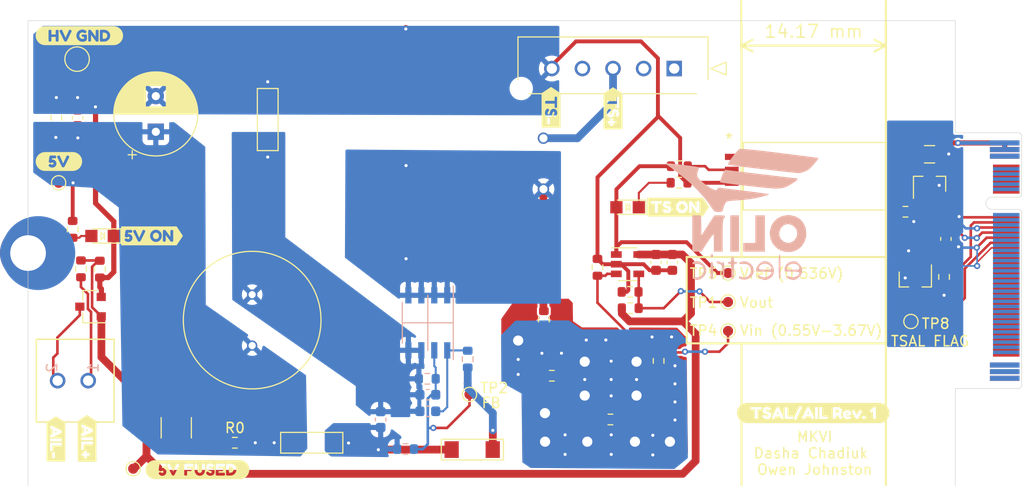
<source format=kicad_pcb>
(kicad_pcb (version 20211014) (generator pcbnew)
  (layers (0 "F.Cu" signal) (31 "B.Cu" signal) (34 "B.Paste" user) (35 "F.Paste" user) (36 "B.SilkS" user "B.Silkscreen") (37 "F.SilkS" user "F.Silkscreen") (38 "B.Mask" user) (39 "F.Mask" user) (44 "Edge.Cuts" user))
  (net 0 "")
  (net 1 "/TS+_FUSED")
  (net 2 "/VCC")
  (net 3 "/SW")
  (net 4 "/FB")
  (net 5 "Net-(C4-Pad1)")
  (net 6 "GND")
  (net 7 "/+12V_TSAL")
  (net 8 "Net-(D1-Pad2)")
  (net 9 "Net-(D4-Pad2)")
  (net 10 "Net-(D4-Pad1)")
  (net 11 "Net-(D5-Pad2)")
  (net 12 "/+5V_TSAL_FUSED")
  (net 22 "/AIL-")
  (net 23 "/TSAL_RED-")
  (net 24 "/TSAL_GREEN-")
  (net 57 "/TSAL_FLAG")
  (net 66 "Net-(Q3-Pad1)")
  (net 67 "Net-(R1-Pad1)")
  (net 68 "Net-(R2-Pad1)")
  (net 69 "Net-(R4-Pad1)")
  (net 70 "Net-(R6-Pad1)")
  (net 71 "Net-(R7-Pad1)")
  (net 72 "Net-(R14-Pad1)")
  (net 74 "/+5V_RETURN")
  (net 78 "Net-(F2-Pad2)")
  (net 79 "/TS+")
  (net 81 "Net-(J2-Pad1)")
  (net 99 "Net-(C8-Pad1)")
  (footprint "TestPoint:TestPoint_Pad_D1.0mm" (layer "F.Cu") (at 151.35 126.8)
    (fp_text reference "TP3" hide)
    (fp_text value "5V+_OUTPUT_FUSED" hide)
  )
  (footprint "footprints:SOT-23F" (layer "F.Cu") (at 228.0412 108.204 -90)
    (fp_text reference "Q3" hide)
    (fp_text value "SSM3K333R" hide)
  )
  (footprint "OEM:R_0603" (layer "F.Cu") (at 198.1454 121.9708 180)
    (fp_text reference "R7" hide)
    (fp_text value "R_270K" hide)
  )
  (footprint "footprints:C_0805_OEM" (layer "F.Cu") (at 229.4382 95.94215)
    (fp_text reference "C10" hide)
    (fp_text value "0.1uF" hide)
  )
  (footprint "TestPoint:TestPoint_Pad_D1.0mm" (layer "F.Cu") (at 209.677 107.5944)
    (fp_text reference "TP5")
    (fp_text value "COMPARATOR_OUTPUT" hide)
  )
  (footprint "kibuzzard-63AC93EB" (layer "F.Cu") (at 198.4 91.425 -90)
    (fp_text reference "kibuzzard-63AC93EB" hide)
    (fp_text value "G***" hide)
  )
  (footprint "TestPoint:TestPoint_Pad_D1.0mm" (layer "F.Cu") (at 209.677 113.284)
    (fp_text reference "TP4")
    (fp_text value "VIN" hide)
  )
  (footprint "OEM:R_0603" (layer "F.Cu") (at 230.8606 107.9754 -90)
    (fp_text reference "R18" hide)
    (fp_text value "R_10K" hide)
  )
  (footprint "footprints:SOT-23F" (layer "F.Cu") (at 147.1676 110.8964 180)
    (fp_text reference "Q1" hide)
    (fp_text value "SSM3K333R" hide)
  )
  (footprint "TestPoint:TestPoint_Pad_D1.0mm" (layer "F.Cu") (at 227.6094 112.35055)
    (fp_text reference "TP8")
    (fp_text value "TSAL_FLAG" hide)
  )
  (footprint "OEM:R_0603" (layer "F.Cu") (at 202.8698 116.2182 -90)
    (fp_text reference "R8" hide)
    (fp_text value "R_270K" hide)
  )
  (footprint "footprints:SOT-23-5" (layer "F.Cu") (at 199.8218 106.7308)
    (fp_text reference "U2" hide)
    (fp_text value "MCP6001" hide)
  )
  (footprint "OEM:C_0603" (layer "F.Cu") (at 204.216 106.553 90)
    (fp_text reference "C5" hide)
    (fp_text value "C_10uF" hide)
  )
  (footprint "OEM:R_0603" (layer "F.Cu") (at 196.8754 107.0356 90)
    (fp_text reference "R6" hide)
    (fp_text value "R_10K" hide)
  )
  (footprint "footprints:STTH1R06AF" (layer "F.Cu") (at 166.8272 124.2568)
    (fp_text reference "D3" hide)
    (fp_text value "STTH1R06AF" hide)
  )
  (footprint "footprints:F_21mA_420V" (layer "F.Cu") (at 191.576999 99.362104 90)
    (fp_text reference "F1" hide)
    (fp_text value "F_21mA_420V" hide)
  )
  (footprint "footprints:MicroFit_V_2" (layer "F.Cu") (at 146.939 118.1608 90)
    (fp_text reference "J2" hide)
    (fp_text value "MicroFit_V_2" hide)
  )
  (footprint "footprints:Automotive_M.2_Edge_Connector" (layer "F.Cu") (at 238.4566 106.3778 -90)
    (fp_text reference "J3" hide)
    (fp_text value "Automotive_M.2_Edge_Connector" hide)
    (fp_line (start 12.55 0.2) (end 12.55 6.5) (layer "Edge.Cuts") (width 0.05))
    (fp_line (start -12.35 0) (end -6.425 0) (layer "Edge.Cuts") (width 0.05))
    (fp_line (start -6.225 2.9) (end -6.225 0.2) (layer "Edge.Cuts") (width 0.05))
    (fp_line (start 12.55 0.2) (end 12.35 0) (layer "Edge.Cuts") (width 0.05))
    (fp_line (start -12.55 0.2) (end -12.35 0) (layer "Edge.Cuts") (width 0.05))
    (fp_line (start -12.55 0.2) (end -12.55 6.5) (layer "Edge.Cuts") (width 0.05))
    (fp_line (start -5.025 2.9) (end -5.025 0.2) (layer "Edge.Cuts") (width 0.05))
    (fp_line (start -5.025 0.2) (end -4.825 0) (layer "Edge.Cuts") (width 0.05))
    (fp_line (start -4.825 0) (end 12.35 0) (layer "Edge.Cuts") (width 0.05))
    (fp_line (start -6.225 0.2) (end -6.425 0) (layer "Edge.Cuts") (width 0.05))
    (fp_arc (start -5.025 2.9) (mid -5.625 3.5) (end -6.225 2.9) (layer "Edge.Cuts") (width 0.05))
  )
  (footprint "footprints:L_1.2mH" (layer "F.Cu") (at 163.0172 109.7172)
    (fp_text reference "L1" hide)
    (fp_text value "L_1.2mH" hide)
  )
  (footprint "OEM:C_0603" (layer "F.Cu") (at 202.6158 106.553 90)
    (fp_text reference "C6" hide)
    (fp_text value "0.1uF" hide)
  )
  (footprint "footprints:STTH1R06AF" (layer "F.Cu") (at 164.5412 90.5002 -90)
    (fp_text reference "D2" hide)
    (fp_text value "STTH1R06AF" hide)
  )
  (footprint "OEM:R_0603" (layer "F.Cu") (at 200.089 111.0488 180)
    (fp_text reference "R2" hide)
    (fp_text value "R_1K" hide)
  )
  (footprint "footprints:Fuse_1210" (layer "F.Cu") (at 155.575 122.7858 -90)
    (fp_text reference "F2" hide)
    (fp_text value "F_500mA_16V" hide)
  )
  (footprint "kibuzzard-63AC9283" (layer "F.Cu") (at 157.65 126.9)
    (fp_text reference "kibuzzard-63AC9283" hide)
    (fp_text value "G***" hide)
  )
  (footprint "kibuzzard-63AC9456" (layer "F.Cu") (at 146.825 123.825 -90)
    (fp_text reference "kibuzzard-63AC9456" hide)
    (fp_text value "G***" hide)
  )
  (footprint "kibuzzard-63AC91FD" (layer "F.Cu") (at 146.074106 84.3)
    (fp_text reference "kibuzzard-63AC91FD" hide)
    (fp_text value "G***" hide)
  )
  (footprint "kibuzzard-63AC92E3" (layer "F.Cu") (at 153.2 103.95)
    (fp_text reference "kibuzzard-63AC92E3" hide)
    (fp_text value "G***" hide)
  )
  (footprint "footprints:LED_0805_OEM" (layer "F.Cu") (at 148.35 103.96 180)
    (fp_text reference "D5" hide)
    (fp_text value "LED_0805" hide)
  )
  (footprint "OEM:R_0603" (layer "F.Cu") (at 192.405 117.6782 180)
    (fp_text reference "R4" hide)
    (fp_text value "R_270K" hide)
  )
  (footprint "OEM:R_0603" (layer "F.Cu") (at 161.3154 124.2568)
    (fp_text reference "R16" hide)
    (fp_text value "R_0_2512" hide)
  )
  (footprint "OEM:R_0603" (layer "F.Cu") (at 145.415 103.3096 -90)
    (fp_text reference "R15" hide)
    (fp_text value "R_1K" hide)
  )
  (footprint "OEM:ACNT-H50L-500E" (layer "F.Cu") (at 218.1606 98.10115)
    (fp_text reference "U3" hide)
    (fp_text value "ACN-H50L-Stretched-SO8_BRA" hide)
  )
  (footprint "OEM:R_0603" (layer "F.Cu") (at 146.2278 107.188 -90)
    (fp_text reference "R19" hide)
    (fp_text value "100R" hide)
  )
  (footprint "TestPoint:TestPoint_Pad_D1.0mm" (layer "F.Cu") (at 184.3278 119.507)
    (fp_text reference "TP2")
    (fp_text value "FB" hide)
  )
  (footprint "OEM:R_0603" (layer "F.Cu") (at 227.076 101.58095)
    (fp_text reference "R17" hide)
    (fp_text value "R_10K" hide)
  )
  (footprint "OEM:M.2_Mount" (layer "F.Cu") (at 141.025 105.6386 90)
    (fp_text reference "H1" hide)
    (fp_text value "M.2_MountingHole" hide)
  )
  (footprint "OEM:Connector_MicroFit_VT_5x1" (layer "F.Cu") (at 204.4 87.525)
    (fp_text reference "J1" hide)
    (fp_text value "MicroFit_VT_5x1" hide)
  )
  (footprint "TestPoint:TestPoint_Pad_D1.0mm" (layer "F.Cu") (at 144.04 98.74 90)
    (fp_text reference "TP6" hide)
    (fp_text value "5V+_OUTPUT" hide)
  )
  (footprint "OEM:R_0603" (layer "F.Cu") (at 204.9018 97.112 180)
    (fp_text reference "R14" hide)
    (fp_text value "R_499" hide)
  )
  (footprint "footprints:C_10uF_450V" (layer "F.Cu") (at 178.1048 88.0428)
    (fp_text reference "C1" hide)
    (fp_text value "C_10uF_450V" hide)
  )
  (footprint "kibuzzard-63AC9446" (layer "F.Cu") (at 143.775 123.875 -90)
    (fp_text reference "kibuzzard-63AC9446" hide)
    (fp_text value "G***" hide)
  )
  (footprint "kibuzzard-63AD023E" (layer "F.Cu") (at 218.03 121.34)
    (fp_text reference "kibuzzard-63AD023E" hide)
    (fp_text value "G***" hide)
  )
  (footprint "TestPoint:TestPoint_Pad_D1.0mm" (layer "F.Cu") (at 209.677 110.4392)
    (fp_text reference "TP1")
    (fp_text value "VREF" hide)
  )
  (footprint "footprints:SOT-23F" (layer "F.Cu") (at 229.4382 98.86315 90)
    (fp_text reference "Q2" hide)
    (fp_text value "SSM3K333R" hide)
  )
  (footprint "footprints:LED_0805_OEM" (layer "F.Cu") (at 199.83 101.14 180)
    (fp_text reference "D4" hide)
    (fp_text value "LED_0805" hide)
  )
  (footprint "footprints:SSOP5" (layer "F.Cu") (at 228.0158 104.394 180)
    (fp_text reference "U4" hide)
    (fp_text value "BU4S11G2-TR" hide)
  )
  (footprint "OEM:R_0603" (layer "F.Cu") (at 191.6176 112.1542 90)
    (fp_text reference "R1" hide)
    (fp_text value "R_270K" hide)
  )
  (footprint "OEM:R_0603" (layer "F.Cu") (at 200.0758 109.4486 180)
    (fp_text reference "R3" hide)
    (fp_text value "R_120" hide)
  )
  (footprint "OEM:R_0603" (layer "F.Cu") (at 204.8764 98.7376)
    (fp_text reference "R12" hide)
    (fp_text value "R_1K" hide)
  )
  (footprint "kibuzzard-63AC93FC" (layer "F.Cu") (at 192.325 91.325 -90)
    (fp_text reference "kibuzzard-63AC93FC" hide)
    (fp_text value "G***" hide)
  )
  (footprint "footprints:STTH1R06AF" (layer "F.Cu") (at 182.5752 124.928)
    (fp_text reference "D1" hide)
    (fp_text value "STTH1R06AF" hide)
  )
  (footprint "OEM:R_0603" (layer "F.Cu") (at 148.082 107.2134 -90)
    (fp_text reference "R11" hide)
    (fp_text value "R_10K" hide)
  )
  (footprint "Capacitor_THT:CP_Radial_D8.0mm_P3.50mm" (layer "F.Cu") (at 153.57 93.732651 90)
    (fp_text reference "C7" hide)
    (fp_text value "100uF+")
  )
  (footprint "TestPoint:TestPoint_Pad_D2.0mm" (layer "F.Cu") (at 145.85 86.6)
    (fp_text reference "TP7" hide)
    (fp_text value "TS-" hide)
  )
  (footprint "kibuzzard-63AC9220" (layer "F.Cu") (at 144.067506 96.65)
    (fp_text reference "kibuzzard-63AC9220" hide)
    (fp_text value "G***" hide)
  )
  (footprint "OEM:R_0603" (layer "F.Cu") (at 143.8148 92.3652 90)
    (fp_text reference "R13" hide)
    (fp_text value "R_3K" hide)
  )
  (footprint "kibuzzard-63AD0077" (layer "F.Cu") (at 204.79 101.12)
    (fp_text reference "kibuzzard-63AD0077" hide)
    (fp_text value "G***" hide)
  )
  (footprint "OEM:C_0603" (layer "F.Cu") (at 145.8976 92.3652 90)
    (fp_text reference "C8" hide)
    (fp_text value "C_1uF" hide)
  )
  (footprint "OEM:C_0603" (layer "F.Cu") (at 231.0384 104.24795 90)
    (fp_text reference "C9" hide)
    (fp_text value "C_1uF" hide)
  )
  (footprint "footprints:Small_OE_Logo" (layer "B.Cu") (at 211.09 101.77 180)
    (fp_text reference "G***" hide)
    (fp_text value "LOGO" hide)
  )
  (footprint "footprints:Converter_DCDC_MPS_MP9488" (layer "B.Cu") (at 180.2384 112.482 90)
    (fp_text reference "U1" hide)
    (fp_text value "MP9488" hide)
  )
  (footprint "OEM:C_0603" (layer "B.Cu") (at 180.2384 119.5432 180)
    (fp_text reference "C3" hide)
    (fp_text value "C_470pF" hide)
  )
  (footprint "OEM:R_0603" (layer "B.Cu") (at 184.1508 116.0488 90)
    (fp_text reference "R5" hide)
    (fp_text value "R_10K" hide)
  )
  (footprint "OEM:R_0603" (layer "B.Cu") (at 180.1884 117.9792 180)
    (fp_text reference "R10" hide)
    (fp_text value "R_4.99K" hide)
  )
  (footprint "OEM:C_0603" (layer "B.Cu") (at 175.6156 121.9816 90)
    (fp_text reference "C4" hide)
    (fp_text value "C_.22uF" hide)
  )
  (footprint "OEM:R_0603" (layer "B.Cu") (at 178.054 124.8772)
    (fp_text reference "R9" hide)
    (fp_text value "R_4.99K" hide)
  )
  (footprint "OEM:C_0603" (layer "B.Cu") (at 180.2384 121.1688 180)
    (fp_text reference "C2" hide)
    (fp_text value "C_2.2uF" hide)
  )
  (gr_rect (start 205.625 106.025) (end 225.15 114.5) (layer "F.SilkS") (width 0.2) (fill none))
  (gr_line (start 225.15 83.0072) (end 225.15 128.425) (layer "F.SilkS") (width 0.2))
  (gr_line (start 211 114.5) (end 211 128.425) (layer "F.SilkS") (width 0.2))
  (gr_line (start 210.9978 83.12825) (end 210.9978 106.025) (layer "F.SilkS") (width 0.2))
  (gr_line (start 141.04 82.825) (end 141.04 128.525) (layer "Edge.Cuts") (width 0.05))
  (gr_line (start 141.04 82.825) (end 231.9566 82.825) (layer "Edge.Cuts") (width 0.05))
  (gr_line (start 231.9566 118.9278) (end 231.9566 128.525) (layer "Edge.Cuts") (width 0.05))
  (gr_line (start 141.04 128.525) (end 231.9566 128.525) (layer "Edge.Cuts") (width 0.05))
  (gr_line (start 231.9566 82.825) (end 231.9566 93.8278) (layer "Edge.Cuts") (width 0.05))
  (gr_text "Vout" (at 212.472619 110.5) (layer "F.SilkS") (effects (font (size 1 1))))
  (gr_text "Vin (0.55V-3.67V)" (at 217.829762 113.25) (layer "F.SilkS") (effects (font (size 1 1))))
  (gr_text "Vref (0.536V)" (at 215.925 107.65) (layer "F.SilkS") (effects (font (size 1 1))))
  (gr_text "\nMKVI\nDasha Chadiuk \nOwen Johnston" (at 218.17 124.475) (layer "F.SilkS") (effects (font (size 1 1))))
  (gr_text "R0" (at 161.325 122.8) (layer "F.SilkS") (effects (font (size 1 1))))
  (gr_text "TSAL FLAG" (at 229.48 114.28) (layer "F.SilkS") (effects (font (size 1 1))))
  (gr_text "FB" (at 186.45 120.35) (layer "F.SilkS") (effects (font (size 1 1))))
  (dimension (type aligned) (layer "F.SilkS") (pts (xy 210.975 80.3982) (xy 225.1482 80.3982)) (height 4.8768) (gr_text "14.17 mm" (at 218.0616 83.875) (layer "F.SilkS") (effects (font (size 1.25 1.25) (thickness 0.15)))) (format (units 3) (units_format 1) (precision 2)) (style (thickness 0.2) (arrow_length 1.27) (text_position_mode 0) (extension_height 0.58642) (extension_offset 0.5) keep_text_aligned))
  (segment (start 178.1048 101.5428) (end 178.1048 106.1928) (width 0.762) (layer "F.Cu") (net 1))
  (segment (start 191.6176 111.3292) (end 191.576999 111.288599) (width 0.762) (layer "F.Cu") (net 1))
  (segment (start 178.1048 101.5428) (end 178.1048 97.0504) (width 0.762) (layer "F.Cu") (net 1))
  (segment (start 178.1048 106.1928) (end 178.1056 106.1936) (width 0.762) (layer "F.Cu") (net 1))
  (segment (start 178.1048 97.0504) (end 178.1056 97.0496) (width 0.762) (layer "F.Cu") (net 1))
  (segment (start 191.576999 111.288599) (end 191.576999 99.362104) (width 0.762) (layer "F.Cu") (net 1))
  (via (at 178.1056 106.1936) (size 0.6096) (drill 0.3048) (layers "F.Cu" "B.Cu") (net 1))
  (via (at 178.1056 97.0496) (size 0.6096) (drill 0.3048) (layers "F.Cu" "B.Cu") (net 1))
  (segment (start 182.1434 115.192) (end 182.1434 120.7486) (width 0.2) (layer "B.Cu") (net 2))
  (segment (start 181.7232 121.1688) (end 181.0134 121.1688) (width 0.2) (layer "B.Cu") (net 2))
  (segment (start 184.119 115.192) (end 182.1434 115.192) (width 0.2) (layer "B.Cu") (net 2))
  (segment (start 182.1434 120.7486) (end 181.7232 121.1688) (width 0.2) (layer "B.Cu") (net 2))
  (segment (start 184.1508 115.2238) (end 184.119 115.192) (width 0.2) (layer "B.Cu") (net 2))
  (segment (start 164.5412 94.5302) (end 164.5412 96.2152) (width 0.762) (layer "F.Cu") (net 3))
  (via (at 164.5412 96.2152) (size 0.6096) (drill 0.3048) (layers "F.Cu" "B.Cu") (net 3))
  (segment (start 184.3278 120.5972) (end 182.125 122.8) (width 0.254) (layer "F.Cu") (net 4))
  (segment (start 182.125 122.8) (end 180.775 122.8) (width 0.254) (layer "F.Cu") (net 4))
  (segment (start 184.3278 119.507) (end 184.3278 120.5972) (width 0.254) (layer "F.Cu") (net 4))
  (via (at 180.775 122.8) (size 0.6096) (drill 0.3048) (layers "F.Cu" "B.Cu") (net 4))
  (segment (start 180.775 122.8) (end 180.7642 122.8108) (width 0.254) (layer "B.Cu") (net 4))
  (segment (start 180.7642 122.8108) (end 180.2392 122.8108) (width 0.254) (layer "B.Cu") (net 4))
  (segment (start 180.6056 119.5432) (end 180.2392 119.9096) (width 0.254) (layer "B.Cu") (net 4))
  (segment (start 180.8734 116.7338) (end 181.0134 116.8738) (width 0.2) (layer "B.Cu") (net 4))
  (segment (start 181.0134 116.8738) (end 181.0134 117.9792) (width 0.2) (layer "B.Cu") (net 4))
  (segment (start 181.0134 119.5432) (end 181.0134 117.9792) (width 0.2) (layer "B.Cu") (net 4))
  (segment (start 180.2392 124.38) (end 179.742 124.8772) (width 0.254) (layer "B.Cu") (net 4))
  (segment (start 180.2392 119.9096) (end 180.2392 122.8108) (width 0.254) (layer "B.Cu") (net 4))
  (segment (start 180.8734 115.182) (end 180.8734 116.7338) (width 0.2) (layer "B.Cu") (net 4))
  (segment (start 181.0134 119.5432) (end 180.6056 119.5432) (width 0.254) (layer "B.Cu") (net 4))
  (segment (start 180.2392 122.8108) (end 180.2392 124.38) (width 0.254) (layer "B.Cu") (net 4))
  (segment (start 179.742 124.8772) (end 178.879 124.8772) (width 0.254) (layer "B.Cu") (net 4))
  (segment (start 175.4016 124.928) (end 175.387 124.9426) (width 0.762) (layer "F.Cu") (net 5))
  (segment (start 172.4406 124.2568) (end 172.466 124.2822) (width 0.762) (layer "F.Cu") (net 5))
  (segment (start 170.8572 124.2568) (end 172.4406 124.2568) (width 0.762) (layer "F.Cu") (net 5))
  (segment (start 182.5752 124.928) (end 175.4016 124.928) (width 0.762) (layer "F.Cu") (net 5))
  (via (at 175.387 124.9426) (size 0.6096) (drill 0.3048) (layers "F.Cu" "B.Cu") (net 5))
  (via (at 172.466 124.2822) (size 0.6096) (drill 0.3048) (layers "F.Cu" "B.Cu") (net 5))
  (segment (start 235.0384 104.1278) (end 234.061 105.1052) (width 0.254) (layer "F.Cu") (net 6))
  (segment (start 231.3178 95.91675) (end 230.4636 95.91675) (width 0.381) (layer "F.Cu") (net 6))
  (segment (start 236.9566 103.1278) (end 234.176189 103.1278) (width 0.254) (layer "F.Cu") (net 6))
  (segment (start 232.27695 105.02295) (end 231.0384 105.02295) (width 0.254) (layer "F.Cu") (net 6))
  (segment (start 236.9566 105.1278) (end 235.5042 105.1278) (width 0.1524) (layer "F.Cu") (net 6))
  (segment (start 227.30845 105.344) (end 227.3808 105.41635) (width 0.254) (layer "F.Cu") (net 6))
  (segment (start 227.0912 108.0364) (end 227.0912 107.154) (width 0.254) (layer "F.Cu") (net 6))
  (segment (start 230.8606 109.7788) (end 230.8606 108.8004) (width 0.254) (layer "F.Cu") (net 6))
  (segment (start 236.9566 104.1278) (end 235.0384 104.1278) (width 0.254) (layer "F.Cu") (net 6))
  (segment (start 234.176189 103.1278) (end 234.092489 103.2115) (width 0.254) (layer "F.Cu") (net 6))
  (segment (start 230.3882 99.00035) (end 230.378 98.99015) (width 0.254) (layer "F.Cu") (net 6))
  (segment (start 227.901 102.53395) (end 227.8888 102.54615) (width 0.254) (layer "F.Cu") (net 6))
  (segment (start 236.9566 102.1278) (end 232.4044 102.1278) (width 0.254) (layer "F.Cu") (net 6))
  (segment (start 227.0506 108.077) (end 227.0912 108.0364) (width 0.254) (layer "F.Cu") (net 6))
  (segment (start 235.5042 105.1278) (end 234.1 106.532) (width 0.1524) (layer "F.Cu") (net 6))
  (segment (start 234.1 106.532) (end 234.1 106.9) (width 0.1524) (layer "F.Cu") (net 6))
  (segment (start 226.8158 105.344) (end 227.30845 105.344) (width 0.254) (layer "F.Cu") (net 6))
  (segment (start 230.3882 99.91315) (end 230.3882 99.00035) (width 0.254) (layer "F.Cu") (net 6))
  (segment (start 230.4636 95.91675) (end 230.4382 95.94215) (width 0.381) (layer "F.Cu") (net 6))
  (segment (start 232.4044 102.1278) (end 232.3338 102.0572) (width 0.254) (layer "F.Cu") (net 6))
  (segment (start 227.901 101.58095) (end 227.901 102.53395) (width 0.254) (layer "F.Cu") (net 6))
  (via (at 234.1 106.9) (size 0.6096) (drill 0.3048) (layers "F.Cu" "B.Cu") (net 6))
  (via (at 230.8606 109.7788) (size 0.6096) (drill 0.3048) (layers "F.Cu" "B.Cu") (net 6))
  (via (at 232.3338 102.0572) (size 0.6096) (drill 0.3048) (layers "F.Cu" "B.Cu") (net 6))
  (via (at 234.061 105.1052) (size 0.6096) (drill 0.3048) (layers "F.Cu" "B.Cu") (net 6))
  (via (at 234.092489 103.2115) (size 0.6096) (drill 0.3048) (layers "F.Cu" "B.Cu") (net 6))
  (via (at 227.8888 102.54615) (size 0.6096) (drill 0.3048) (layers "F.Cu" "B.Cu") (net 6))
  (via (at 232.27695 105.02295) (size 0.6096) (drill 0.3048) (layers "F.Cu" "B.Cu") (net 6))
  (via (at 230.378 98.99015) (size 0.6096) (drill 0.3048) (layers "F.Cu" "B.Cu") (net 6))
  (via (at 227.3808 105.41635) (size 0.6096) (drill 0.3048) (layers "F.Cu" "B.Cu") (net 6))
  (via (at 227.0506 108.077) (size 0.6096) (drill 0.3048) (layers "F.Cu" "B.Cu") (net 6))
  (via (at 231.3178 95.91675) (size 0.6096) (drill 0.3048) (layers "F.Cu" "B.Cu") (net 6))
  (segment (start 234.092489 103.2115) (end 232.9801 103.2115) (width 0.254) (layer "B.Cu") (net 6))
  (segment (start 232.4 106.9) (end 232.3 107) (width 0.1524) (layer "B.Cu") (net 6))
  (segment (start 232.3338 102.5652) (end 232.3338 102.0572) (width 0.254) (layer "B.Cu") (net 6))
  (segment (start 234.1 105.1442) (end 234.061 105.1052) (width 0.1524) (layer "B.Cu") (net 6))
  (segment (start 232.27695 105.02295) (end 232.3592 105.1052) (width 0.254) (layer "B.Cu") (net 6))
  (segment (start 232.3592 105.1052) (end 234.061 105.1052) (width 0.254) (layer "B.Cu") (net 6))
  (segment (start 232.9801 103.2115) (end 232.3338 102.5652) (width 0.254) (layer "B.Cu") (net 6))
  (segment (start 234.1 106.9) (end 232.4 106.9) (width 0.1524) (layer "B.Cu") (net 6))
  (segment (start 234.1 106.9) (end 234.1 105.1442) (width 0.1524) (layer "B.Cu") (net 6))
  (segment (start 226.7966 96.19615) (end 226.2759 96.19615) (width 0.508) (layer "F.Cu") (net 7))
  (segment (start 227.457 95.94215) (end 228.4382 95.94215) (width 0.508) (layer "F.Cu") (net 7))
  (segment (start 228.4382 95.2594) (end 228.4382 95.94215) (width 0.508) (layer "F.Cu") (net 7))
  (segment (start 229.0572 104.394) (end 229.2158 104.2354) (width 0.508) (layer "F.Cu") (net 7))
  (segment (start 227.3554 96.75495) (end 226.7966 96.19615) (width 0.508) (layer "F.Cu") (net 7))
  (segment (start 227.5332 96.04375) (end 227.5586 96.01835) (width 0.254) (layer "F.Cu") (net 7))
  (segment (start 227.203 96.19615) (end 227.457 95.94215) (width 0.508) (layer "F.Cu") (net 7))
  (segment (start 226.2759 96.19615) (end 227.203 96.19615) (width 0.508) (layer "F.Cu") (net 7))
  (segment (start 226.679 96.04375) (end 227.5332 96.04375) (width 0.254) (layer "F.Cu") (net 7))
  (segment (start 232.2278 94.8278) (end 228.8698 94.8278) (width 0.508) (layer "F.Cu") (net 7))
  (segment (start 236.8066 94.8278) (end 236.8066 95.47375) (width 0.508) (layer "F.Cu") (net 7))
  (segment (start 231.0384 103.47295) (end 229.24475 103.47295) (width 0.508) (layer "F.Cu") (net 7))
  (segment (start 226.2759 98.73615) (end 226.9998 98.73615) (width 0.508) (layer "F.Cu") (net 7))
  (segment (start 229.2946 103.3652) (end 229.2946 99.21795) (width 0.508) (layer "F.Cu") (net 7))
  (segment (start 229.2158 104.2354) (end 229.2158 103.444) (width 0.508) (layer "F.Cu") (net 7))
  (segment (start 229.24475 103.47295) (end 229.2158 103.444) (width 0.508) (layer "F.Cu") (net 7))
  (segment (start 228.8698 94.8278) (end 228.4382 95.2594) (width 0.508) (layer "F.Cu") (net 7))
  (segment (start 229.2946 99.21795) (end 228.4572 98.38055) (width 0.508) (layer "F.Cu") (net 7))
  (segment (start 226.8158 104.394) (end 229.0572 104.394) (width 0.508) (layer "F.Cu") (net 7))
  (segment (start 228.4572 98.38055) (end 227.3554 98.38055) (width 0.508) (layer "F.Cu") (net 7))
  (segment (start 227.3554 98.38055) (end 227.3554 96.75495) (width 0.508) (layer "F.Cu") (net 7))
  (segment (start 236.8066 94.8278) (end 232.2278 94.8278) (width 0.508) (layer "F.Cu") (net 7))
  (segment (start 226.9998 98.73615) (end 227.3554 98.38055) (width 0.508) (layer "F.Cu") (net 7))
  (via (at 232.2278 94.8278) (size 0.6096) (drill 0.3048) (layers "F.Cu" "B.Cu") (net 7))
  (segment (start 236.8066 95.4778) (end 236.8066 94.8278) (width 0.381) (layer "B.Cu") (net 7))
  (segment (start 236.8066 94.8278) (end 232.2278 94.8278) (width 0.381) (layer "B.Cu") (net 7))
  (segment (start 186.6138 123.0376) (end 186.6138 124.9194) (width 0.762) (layer "F.Cu") (net 8))
  (segment (start 186.6138 124.9194) (end 186.6052 124.928) (width 0.762) (layer "F.Cu") (net 8))
  (via (at 186.6138 123.0376) (size 0.6096) (drill 0.3048) (layers "F.Cu" "B.Cu") (net 8))
  (segment (start 184.1508 118.4156) (end 184.1508 118.4664) (width 0.762) (layer "B.Cu") (net 8))
  (segment (start 184.1508 116.8738) (end 184.1508 118.4156) (width 0.762) (layer "B.Cu") (net 8))
  (segment (start 184.1508 118.8728) (end 186.1566 120.8786) (width 0.762) (layer "B.Cu") (net 8))
  (segment (start 184.1508 118.4664) (end 184.1508 118.8728) (width 0.762) (layer "B.Cu") (net 8))
  (segment (start 186.1566 120.8786) (end 186.6138 121.3358) (width 0.762) (layer "B.Cu") (net 8))
  (segment (start 186.6138 121.3358) (end 186.6138 123.0376) (width 0.762) (layer "B.Cu") (net 8))
  (segment (start 198.7218 101.1482) (end 198.73 101.14) (width 0.381) (layer "F.Cu") (net 9))
  (segment (start 200.998 97.112) (end 204.0768 97.112) (width 0.381) (layer "F.Cu") (net 9))
  (segment (start 198.7218 105.7808) (end 198.7218 105.0622) (width 0.381) (layer "F.Cu") (net 9))
  (segment (start 199.2122 104.5718) (end 205.613 104.5718) (width 0.381) (layer "F.Cu") (net 9))
  (segment (start 198.73 99.38) (end 200.998 97.112) (width 0.381) (layer "F.Cu") (net 9))
  (segment (start 198.7218 105.7808) (end 198.7218 101.1482) (width 0.381) (layer "F.Cu") (net 9))
  (segment (start 198.7218 105.0622) (end 199.2122 104.5718) (width 0.381) (layer "F.Cu") (net 9))
  (segment (start 208.6356 107.5944) (end 209.677 107.5944) (width 0.381) (layer "F.Cu") (net 9))
  (segment (start 198.73 101.14) (end 198.73 99.38) (width 0.381) (layer "F.Cu") (net 9))
  (segment (start 205.613 104.5718) (end 208.6356 107.5944) (width 0.381) (layer "F.Cu") (net 9))
  (segment (start 201.9224 98.7376) (end 204.0514 98.7376) (width 0.2) (layer "F.Cu") (net 10))
  (segment (start 200.93 101.14) (end 200.93 99.73) (width 0.2) (layer "F.Cu") (net 10))
  (segment (start 200.93 99.73) (end 201.9224 98.7376) (width 0.2) (layer "F.Cu") (net 10))
  (segment (start 146.0654 104.1346) (end 146.24 103.96) (width 0.2) (layer "F.Cu") (net 11))
  (segment (start 145.415 104.1346) (end 146.0654 104.1346) (width 0.2) (layer "F.Cu") (net 11))
  (segment (start 146.24 103.96) (end 147.25 103.96) (width 0.2) (layer "F.Cu") (net 11))
  (segment (start 151.4566 126.775) (end 151.375 126.775) (width 0.762) (layer "F.Cu") (net 12))
  (segment (start 147.32 110.9488) (end 148.2176 111.8464) (width 0.254) (layer "F.Cu") (net 12))
  (segment (start 206.502 126.0348) (end 206.502 113.5634) (width 0.762) (layer "F.Cu") (net 12))
  (segment (start 205.2574 112.3188) (end 205.232 112.3442) (width 0.762) (layer "F.Cu") (net 12))
  (segment (start 147.32 106.9848) (end 147.32 110.9488) (width 0.254) (layer "F.Cu") (net 12))
  (segment (start 154.3812 127.3048) (end 205.232 127.3048) (width 0.762) (layer "F.Cu") (net 12))
  (segment (start 202.6158 105.778) (end 204.216 105.778) (width 0.762) (layer "F.Cu") (net 12))
  (segment (start 205.2828 112.3188) (end 206.0448 111.5568) (width 0.762) (layer "F.Cu") (net 12))
  (segment (start 202.6158 105.778) (end 202.613 105.7808) (width 0.254) (layer "F.Cu") (net 12))
  (segment (start 147.9164 106.3884) (end 147.32 106.9848) (width 0.254) (layer "F.Cu") (net 12))
  (segment (start 205.232 127.3048) (end 206.502 126.0348) (width 0.762) (layer "F.Cu") (net 12))
  (segment (start 202.613 105.7808) (end 200.9218 105.7808) (width 0.762) (layer "F.Cu") (net 12))
  (segment (start 148.0566 106.363) (end 148.082 106.3884) (width 0.254) (layer "F.Cu") (net 12))
  (segment (start 152.654 125.5776) (end 151.4566 126.775) (width 0.762) (layer "F.Cu") (net 12))
  (segment (start 148.2344 115.8494) (end 148.2344 111.8632) (width 0.762) (layer "F.Cu") (net 12))
  (segment (start 155.575 121.3358) (end 153.7208 121.3358) (width 0.762) (layer "F.Cu") (net 12))
  (segment (start 205.2574 112.3188) (end 205.2828 112.3188) (width 0.762) (layer "F.Cu") (net 12))
  (segment (start 199.264 111.5832) (end 199.264 111.0488) (width 0.762) (layer "F.Cu") (net 12))
  (segment (start 152.654 125.5776) (end 154.3812 127.3048) (width 0.762) (layer "F.Cu") (net 12))
  (segment (start 155.575 121.3358) (end 153.7716 121.3358) (width 0.762) (layer "F.Cu") (net 12))
  (segment (start 205.232 112.3442) (end 200.025 112.3442) (width 0.762) (layer "F.Cu") (net 12))
  (segment (start 152.654 122.4534) (end 152.654 125.5776) (width 0.762) (layer "F.Cu") (net 12))
  (segment (start 205.1936 105.778) (end 204.216 105.778) (width 0.762) (layer "F.Cu") (net 12))
  (segment (start 200.025 112.3442) (end 199.264 111.5832) (width 0.762) (layer "F.Cu") (net 12))
  (segment (start 206.0448 106.6292) (end 205.1936 105.778) (width 0.762) (layer "F.Cu") (net 12))
  (segment (start 153.7208 121.3358) (end 148.2344 115.8494) (width 0.762) (layer "F.Cu") (net 12))
  (segment (start 148.082 106.3884) (end 147.9164 106.3884) (width 0.254) (layer "F.Cu") (net 12))
  (segment (start 151.375 126.775) (end 151.35 126.8) (width 0.762) (layer "F.Cu") (net 12))
  (segment (start 146.2278 106.363) (end 148.0566 106.363) (width 0.254) (layer "F.Cu") (net 12))
  (segment (start 206.502 113.5634) (end 205.2574 112.3188) (width 0.762) (layer "F.Cu") (net 12))
  (segment (start 153.7716 121.3358) (end 152.654 122.4534) (width 0.762) (layer "F.Cu") (net 12))
  (segment (start 148.2344 111.8632) (end 148.2176 111.8464) (width 0.762) (layer "F.Cu") (net 12))
  (segment (start 206.0448 111.5568) (end 206.0448 106.6292) (width 0.762) (layer "F.Cu") (net 12))
  (segment (start 143.92 113.93) (end 143.92 115.497181) (width 0.254) (layer "F.Cu") (net 22))
  (segment (start 143.92 115.497181) (end 143.515 115.902181) (width 0.254) (layer "F.Cu") (net 22))
  (segment (start 143.515 115.902181) (end 143.515 117.734) (width 0.254) (layer "F.Cu") (net 22))
  (segment (start 146.1176 111.7324) (end 143.92 113.93) (width 0.254) (layer "F.Cu") (net 22))
  (segment (start 143.515 117.734) (end 143.9418 118.1608) (width 0.254) (layer "F.Cu") (net 22))
  (segment (start 146.1176 110.8964) (end 146.1176 111.7324) (width 0.254) (layer "F.Cu") (net 22))
  (segment (start 230.35035 97.81315) (end 229.4382 97.81315) (width 0.254) (layer "F.Cu") (net 23))
  (segment (start 232.8931 104.14) (end 231.4194 102.6663) (width 0.254) (layer "F.Cu") (net 23))
  (segment (start 231.4194 98.8822) (end 230.35035 97.81315) (width 0.254) (layer "F.Cu") (net 23))
  (segment (start 234.5981 103.6278) (end 236.9566 103.6278) (width 0.254) (layer "F.Cu") (net 23))
  (segment (start 234.0605 104.1654) (end 234.5981 103.6278) (width 0.254) (layer "F.Cu") (net 23))
  (segment (start 231.4194 102.6663) (end 231.4194 98.8822) (width 0.254) (layer "F.Cu") (net 23))
  (via (at 232.8931 104.14) (size 0.6096) (drill 0.3048) (layers "F.Cu" "B.Cu") (net 23))
  (via (at 234.0605 104.1654) (size 0.6096) (drill 0.3048) (layers "F.Cu" "B.Cu") (net 23))
  (segment (start 234.0351 104.14) (end 232.8931 104.14) (width 0.254) (layer "B.Cu") (net 23))
  (segment (start 234.0605 104.1654) (end 234.0351 104.14) (width 0.254) (layer "B.Cu") (net 23))
  (segment (start 232.4862 109.8804) (end 232.4862 106.994264) (width 0.254) (layer "F.Cu") (net 24))
  (segment (start 233.7952 102.6278) (end 236.9566 102.6278) (width 0.254) (layer "F.Cu") (net 24))
  (segment (start 233.4768 102.9462) (end 233.7952 102.6278) (width 0.254) (layer "F.Cu") (net 24))
  (segment (start 228.0412 109.254) (end 228.0412 109.6772) (width 0.254) (layer "F.Cu") (net 24))
  (segment (start 232.4862 106.994264) (end 233.4768 106.003664) (width 0.254) (layer "F.Cu") (net 24))
  (segment (start 233.4768 106.003664) (end 233.4768 102.9462) (width 0.254) (layer "F.Cu") (net 24))
  (segment (start 231.7496 110.617) (end 232.4862 109.8804) (width 0.254) (layer "F.Cu") (net 24))
  (segment (start 228.0412 109.6772) (end 228.981 110.617) (width 0.254) (layer "F.Cu") (net 24))
  (segment (start 228.981 110.617) (end 231.7496 110.617) (width 0.254) (layer "F.Cu") (net 24))
  (segment (start 226.8158 103.444) (end 226.0618 103.444) (width 0.254) (layer "F.Cu") (net 57))
  (segment (start 226.8158 102.9908) (end 226.2632 102.4382) (width 0.254) (layer "F.Cu") (net 57))
  (segment (start 226.0618 103.444) (end 225.806 103.6998) (width 0.254) (layer "F.Cu") (net 57))
  (segment (start 226.62515 112.35055) (end 227.6094 112.35055) (width 0.254) (layer "F.Cu") (net 57))
  (segment (start 226.2632 101.56875) (end 226.251 101.58095) (width 0.254) (layer "F.Cu") (net 57))
  (segment (start 232.8926 107.1626) (end 232.8926 110.048736) (width 0.254) (layer "F.Cu") (net 57))
  (segment (start 227.4738 99.91315) (end 227.3808 100.00615) (width 0.254) (layer "F.Cu") (net 57))
  (segment (start 232.8926 110.048736) (end 230.590786 112.35055) (width 0.254) (layer "F.Cu") (net 57))
  (segment (start 234.1072 105.9434) (end 234.1072 105.948) (width 0.254) (layer "F.Cu") (net 57))
  (segment (start 226.2632 100.01885) (end 226.2632 101.56875) (width 0.254) (layer "F.Cu") (net 57))
  (segment (start 226.2759 100.00615) (end 226.2632 100.01885) (width 0.254) (layer "F.Cu") (net 57))
  (segment (start 228.4882 99.91315) (end 227.4738 99.91315) (width 0.254) (layer "F.Cu") (net 57))
  (segment (start 226.2632 101.59315) (end 226.251 101.58095) (width 0.254) (layer "F.Cu") (net 57))
  (segment (start 225.806 103.6998) (end 225.806 111.5314) (width 0.254) (layer "F.Cu") (net 57))
  (segment (start 226.8158 103.444) (end 226.8158 102.9908) (width 0.254) (layer "F.Cu") (net 57))
  (segment (start 235.4228 104.6278) (end 234.1072 105.9434) (width 0.254) (layer "F.Cu") (net 57))
  (segment (start 234.1072 105.948) (end 232.8926 107.1626) (width 0.254) (layer "F.Cu") (net 57))
  (segment (start 226.2632 102.4382) (end 226.2632 101.59315) (width 0.254) (layer "F.Cu") (net 57))
  (segment (start 225.806 111.5314) (end 226.62515 112.35055) (width 0.254) (layer "F.Cu") (net 57))
  (segment (start 230.590786 112.35055) (end 227.6094 112.35055) (width 0.254) (layer "F.Cu") (net 57))
  (segment (start 236.9566 104.6278) (end 235.4228 104.6278) (width 0.254) (layer "F.Cu") (net 57))
  (segment (start 227.3808 100.00615) (end 226.2759 100.00615) (width 0.254) (layer "F.Cu") (net 57))
  (segment (start 228.9912 107.154) (end 228.9912 106.37935) (width 0.254) (layer "F.Cu") (net 66))
  (segment (start 228.9912 106.37935) (end 229.2158 106.15475) (width 0.254) (layer "F.Cu") (net 66))
  (segment (start 228.9912 107.154) (end 228.9948 107.1504) (width 0.254) (layer "F.Cu") (net 66))
  (segment (start 228.9948 107.1504) (end 230.8606 107.1504) (width 0.254) (layer "F.Cu") (net 66))
  (segment (start 229.2158 106.15475) (end 229.2158 105.344) (width 0.254) (layer "F.Cu") (net 66))
  (segment (start 191.6176 117.6406) (end 191.58 117.6782) (width 0.254) (layer "F.Cu") (net 67))
  (via (at 195.625 118.0502) (size 0.6096) (drill 0.3048) (layers "F.Cu" "B.Cu") (net 67))
  (via (at 191.7362 124.15) (size 1.5) (drill 1) (layers "F.Cu" "B.Cu") (net 67))
  (via (at 204.475 118.474933) (size 0.6096) (drill 0.3048) (layers "F.Cu" "B.Cu") (net 67))
  (via (at 195.8764 124.15) (size 1.5) (drill 1) (layers "F.Cu" "B.Cu") (net 67))
  (via (at 189.1 114.225) (size 1.5) (drill 1) (layers "F.Cu" "B.Cu") (net 67))
  (via (at 200.705 119.625) (size 1.5) (drill 1) (layers "F.Cu" "B.Cu") (net 67))
  (via (at 198.2158 116.2468) (size 0.6096) (drill 0.3048) (layers "F.Cu" "B.Cu") (net 67))
  (via (at 200.55 124.15) (size 1.5) (drill 1) (layers "F.Cu" "B.Cu") (net 67))
  (via (at 193.3448 115.4684) (size 0.6096) (drill 0.3048) (layers "F.Cu" "B.Cu") (net 67))
  (via (at 198.2158 119.6504) (size 0.6096) (drill 0.3048) (layers "F.Cu" "B.Cu") (net 67))
  (via (at 202.225 113.875) (size 0.6096) (drill 0.3048) (layers "F.Cu" "B.Cu") (net 67))
  (via (at 193.7004 123.475) (size 0.6096) (drill 0.3048) (layers "F.Cu" "B.Cu") (net 67))
  (via (at 203.979 124.15) (size 1.5) (drill 1) (layers "F.Cu" "B.Cu") (net 67))
  (via (at 204.475 116.7) (size 0.6096) (drill 0.3048) (layers "F.Cu" "B.Cu") (net 67))
  (via (at 195.625 119.625) (size 1.5) (drill 1) (layers "F.Cu" "B.Cu") (net 67))
  (via (at 204.475 122.0248) (size 0.6096) (drill 0.3048) (layers "F.Cu" "B.Cu") (net 67))
  (via (at 204.1448 113.8684) (size 0.6096) (drill 0.3048) (layers "F.Cu" "B.Cu") (net 67))
  (via (at 202.3 125.4498) (size 0.6096) (drill 0.3048) (layers "F.Cu" "B.Cu") (net 67))
  (via (at 189.1 117.5524) (size 0.6096) (drill 0.3048) (layers "F.Cu" "B.Cu") (net 67))
  (via (at 198.225 123.475) (size 0.6096) (drill 0.3048) (layers "F.Cu" "B.Cu") (net 67))
  (via (at 191.725 121.35) (size 1.5) (drill 1) (layers "F.Cu" "B.Cu") (net 67))
  (via (at 197.6948 114.1684) (size 0.6096) (drill 0.3048) (layers "F.Cu" "B.Cu") (net 67))
  (via (at 200.705 118.0502) (size 0.6096) (drill 0.3048) (layers "F.Cu" "B.Cu") (net 67))
  (via (at 191.425 115.475) (size 0.6096) (drill 0.3048) (layers "F.Cu" "B.Cu") (net 67))
  (via (at 193.7004 125.3998) (size 0.6096) (drill 0.3048) (layers "F.Cu" "B.Cu") (net 67))
  (via (at 200.705 116.2976) (size 1.5) (drill 1) (layers "F.Cu" "B.Cu") (net 67))
  (via (at 198.2158 118.0502) (size 0.6096) (drill 0.3048) (layers "F.Cu" "B.Cu") (net 67))
  (via (at 189.1 116.0792) (size 0.6096) (drill 0.3048) (layers "F.Cu" "B.Cu") (net 67))
  (via (at 202.3 123.525) (size 0.6096) (drill 0.3048) (layers "F.Cu" "B.Cu") (net 67))
  (via (at 198.225 125.3998) (size 0.6096) (drill 0.3048) (layers "F.Cu" "B.Cu") (net 67))
  (via (at 204.475 120.249866) (size 0.6096) (drill 0.3048) (layers "F.Cu" "B.Cu") (net 67))
  (via (at 195.775 114.175) (size 0.6096) (drill 0.3048) (layers "F.Cu" "B.Cu") (net 67))
  (via (at 195.625 116.2976) (size 1.5) (drill 1) (layers "F.Cu" "B.Cu") (net 67))
  (segment (start 206.8825 109.4) (end 207.9217 110.4392) (width 0.254) (layer "F.Cu") (net 68))
  (segment (start 200.9218 107.6808) (end 200.9218 109.4276) (width 0.254) (layer "F.Cu") (net 68))
  (segment (start 200.914 111.0488) (end 200.914 109.4618) (width 0.254) (layer "F.Cu") (net 68))
  (segment (start 200.914 109.4618) (end 200.9008 109.4486) (width 0.254) (layer "F.Cu") (net 68))
  (segment (start 203.3762 111.0488) (end 200.914 111.0488) (width 0.254) (layer "F.Cu") (net 68))
  (segment (start 205.05 109.375) (end 203.3762 111.0488) (width 0.254) (layer "F.Cu") (net 68))
  (segment (start 207.9217 110.4392) (end 209.677 110.4392) (width 0.254) (layer "F.Cu") (net 68))
  (segment (start 200.9218 109.4276) (end 200.9008 109.4486) (width 0.254) (layer "F.Cu") (net 68))
  (via (at 205.05 109.375) (size 0.6096) (drill 0.3048) (layers "F.Cu" "B.Cu") (net 68))
  (via (at 206.8825 109.4) (size 0.6096) (drill 0.3048) (layers "F.Cu" "B.Cu") (net 68))
  (segment (start 205.075 109.4) (end 206.8825 109.4) (width 0.254) (layer "B.Cu") (net 68))
  (segment (start 205.05 109.375) (end 205.075 109.4) (width 0.254) (layer "B.Cu") (net 68))
  (segment (start 193.23 119.5446) (end 195.6562 121.9708) (width 0.1524) (layer "F.Cu") (net 69))
  (segment (start 193.23 117.6782) (end 193.23 119.5446) (width 0.1524) (layer "F.Cu") (net 69))
  (segment (start 195.6562 121.9708) (end 197.3204 121.9708) (width 0.1524) (layer "F.Cu") (net 69))
  (segment (start 196.8754 110.5154) (end 196.8754 107.8606) (width 0.254) (layer "F.Cu") (net 70))
  (segment (start 201.7532 115.3932) (end 196.8754 110.5154) (width 0.254) (layer "F.Cu") (net 70))
  (segment (start 202.8698 115.3932) (end 201.7532 115.3932) (width 0.254) (layer "F.Cu") (net 70))
  (segment (start 197.6506 107.8606) (end 197.8406 107.6706) (width 0.254) (layer "F.Cu") (net 70))
  (segment (start 197.8406 107.6706) (end 197.8508 107.6808) (width 0.254) (layer "F.Cu") (net 70))
  (segment (start 208.8388 115.316) (end 209.677 114.4778) (width 0.254) (layer "F.Cu") (net 70))
  (segment (start 207.4164 115.316) (end 208.8388 115.316) (width 0.254) (layer "F.Cu") (net 70))
  (segment (start 197.8508 107.6808) (end 198.7218 107.6808) (width 0.254) (layer "F.Cu") (net 70))
  (segment (start 196.8754 107.8606) (end 197.6506 107.8606) (width 0.254) (layer "F.Cu") (net 70))
  (segment (start 205.3834 115.3932) (end 205.4606 115.316) (width 0.254) (layer "F.Cu") (net 70))
  (segment (start 209.677 114.4778) (end 209.677 113.284) (width 0.254) (layer "F.Cu") (net 70))
  (segment (start 202.8698 115.3932) (end 205.3834 115.3932) (width 0.254) (layer "F.Cu") (net 70))
  (via (at 207.4164 115.316) (size 0.6096) (drill 0.3048) (layers "F.Cu" "B.Cu") (net 70))
  (via (at 205.4606 115.316) (size 0.6096) (drill 0.3048) (layers "F.Cu" "B.Cu") (net 70))
  (segment (start 205.4606 115.316) (end 207.4164 115.316) (width 0.254) (layer "B.Cu") (net 70))
  (segment (start 198.9704 121.9708) (end 200.9394 121.9708) (width 0.1524) (layer "F.Cu") (net 71))
  (segment (start 202.8698 120.0404) (end 202.8698 117.0432) (width 0.1524) (layer "F.Cu") (net 71))
  (segment (start 200.9394 121.9708) (end 202.8698 120.0404) (width 0.1524) (layer "F.Cu") (net 71))
  (segment (start 205.7268 97.112) (end 207.4242 97.112) (width 0.254) (layer "F.Cu") (net 72))
  (segment (start 207.77835 97.46615) (end 210.0453 97.46615) (width 0.254) (layer "F.Cu") (net 72))
  (segment (start 207.4242 97.112) (end 207.77835 97.46615) (width 0.254) (layer "F.Cu") (net 72))
  (segment (start 148.2344 109.1438) (end 148.2344 109.9296) (width 0.508) (layer "F.Cu") (net 74))
  (segment (start 198.7218 106.7308) (end 199.2122 106.7308) (width 0.381) (layer "F.Cu") (net 74))
  (segment (start 148.2344 109.9296) (end 148.2176 109.9464) (width 0.508) (layer "F.Cu") (net 74))
  (segment (start 199.898 109.2962) (end 199.7456 109.4486) (width 0.381) (layer "F.Cu") (net 74))
  (segment (start 202.8 91.95) (end 202.8 86.5188) (width 0.381) (layer "F.Cu") (net 74))
  (segment (start 201.1426 84.8614) (end 202.8 86.5188) (width 0.381) (layer "F.Cu") (net 74))
  (segment (start 148.082 108.9914) (end 148.2344 109.1438) (width 0.508) (layer "F.Cu") (net 74))
  (segment (start 204.9839 98.0753) (end 204.9839 94.3339) (width 0.381) (layer "F.Cu") (net 74))
  (segment (start 148.908 108.0384) (end 149.45 107.4964) (width 0.508) (layer "F.Cu") (net 74))
  (segment (start 205.70285 98.73615) (end 210.0453 98.73615) (width 0.381) (layer "F.Cu") (net 74))
  (segment (start 164.5412 88.8238) (end 164.5412 90.5002) (width 0.762) (layer "F.Cu") (net 74))
  (segment (start 192.400004 87.2276) (end 194.766204 84.8614) (width 0.381) (layer "F.Cu") (net 74))
  (segment (start 196.8754 98.1996) (end 202.8 92.275) (width 0.381) (layer "F.Cu") (net 74))
  (segment (start 205.6462 98.7376) (end 204.9839 98.0753) (width 0.381) (layer "F.Cu") (net 74))
  (segment (start 147.66 91.2974) (end 147.6502 91.2876) (width 0.508) (layer "F.Cu") (net 74))
  (segment (start 148.082 108.0384) (end 148.908 108.0384) (width 0.508) (layer "F.Cu") (net 74))
  (segment (start 178.1048 88.0428) (end 178.1048 83.6676) (width 0.762) (layer "F.Cu") (net 74))
  (segment (start 204.216 107.328) (end 202.6158 107.328) (width 0.381) (layer "F.Cu") (net 74))
  (segment (start 149.45 102.53) (end 147.66 100.74) (width 0.508) (layer "F.Cu") (net 74))
  (segment (start 145.8976 91.5902) (end 145.8976 90.3732) (width 0.762) (layer "F.Cu") (net 74))
  (segment (start 196.8754 98.1996) (end 196.8754 106.2106) (width 0.381) (layer "F.Cu") (net 74))
  (segment (start 145.85 86.6) (end 145.8976 86.6476) (width 0.762) (layer "F.Cu") (net 74))
  (segment (start 147.66 100.74) (end 147.66 91.2974) (width 0.508) (layer "F.Cu") (net 74))
  (segment (start 199.2122 106.7308) (end 199.898 107.4166) (width 0.381) (layer "F.Cu") (net 74))
  (segment (start 201.3966 106.7308) (end 198.7218 106.7308) (width 0.381) (layer "F.Cu") (net 74))
  (segment (start 202.8 92.275) (end 202.8 91.95) (width 0.381) (layer "F.Cu") (net 74))
  (segment (start 148.082 108.0384) (end 148.082 108.9914) (width 0.508) (layer "F.Cu") (net 74))
  (segment (start 205.7014 98.7376) (end 205.6462 98.7376) (width 0.381) (layer "F.Cu") (net 74))
  (segment (start 201.9938 107.328) (end 201.3966 106.7308) (width 0.381) (layer "F.Cu") (net 74))
  (segment (start 194.766204 84.8614) (end 201.1426 84.8614) (width 0.381) (layer "F.Cu") (net 74))
  (segment (start 199.7456 109.4486) (end 199.2508 109.4486) (width 0.381) (layer "F.Cu") (net 74))
  (segment (start 149.45 107.4964) (end 149.45 103.96) (width 0.508) (layer "F.Cu") (net 74))
  (segment (start 178.1048 83.6676) (end 178.0794 83.6422) (width 0.762) (layer "F.Cu") (net 74))
  (segment (start 202.6158 107.328) (end 201.9938 107.328) (width 0.381) (layer "F.Cu") (net 74))
  (segment (start 205.7014 98.7376) (end 205.70285 98.73615) (width 0.381) (layer "F.Cu") (net 74))
  (segment (start 149.45 103.96) (end 149.45 102.53) (width 0.508) (layer "F.Cu") (net 74))
  (segment (start 204.9839 94.3339) (end 202.8 92.15) (width 0.381) (layer "F.Cu") (net 74))
  (segment (start 192.400004 87.525) (end 192.400004 87.2276) (width 0.381) (layer "F.Cu") (net 74))
  (segment (start 202.8 92.15) (end 202.8 91.95) (width 0.381) (layer "F.Cu") (net 74))
  (segment (start 198.7218 106.7308) (end 197.3956 106.7308) (width 0.381) (layer "F.Cu") (net 74))
  (segment (start 143.8148 91.5402) (end 143.8148 90.3732) (width 0.762) (layer "F.Cu") (net 74))
  (segment (start 199.898 107.4166) (end 199.898 109.2962) (width 0.381) (layer "F.Cu") (net 74))
  (segment (start 145.8976 86.6476) (end 145.8976 90.3732) (width 0.762) (layer "F.Cu") (net 74))
  (segment (start 197.3956 106.7308) (end 196.8754 106.2106) (width 0.381) (layer "F.Cu") (net 74))
  (via (at 164.5412 88.8238) (size 0.6096) (drill 0.3048) (layers "F.Cu" "B.Cu") (net 74))
  (via (at 178.0794 83.6422) (size 0.6096) (drill 0.3048) (layers "F.Cu" "B.Cu") (net 74))
  (via (at 147.6502 91.2876) (size 0.6096) (drill 0.3048) (layers "F.Cu" "B.Cu") (net 74))
  (via (at 143.8148 90.3732) (size 0.6096) (drill 0.3048) (layers "F.Cu" "B.Cu") (net 74))
  (via (at 145.8976 90.3732) (size 0.6096) (drill 0.3048) (layers "F.Cu" "B.Cu") (net 74))
  (segment (start 160.4904 124.2568) (end 155.596 124.2568) (width 0.762) (layer "F.Cu") (net 78))
  (segment (start 155.596 124.2568) (end 155.575 124.2358) (width 0.762) (layer "F.Cu") (net 78))
  (segment (start 198.4 90.8806) (end 198.4 87.525002) (width 0.762) (layer "B.Cu") (net 79))
  (segment (start 194.918496 94.362104) (end 198.4 90.8806) (width 0.762) (layer "B.Cu") (net 79))
  (segment (start 198.4 87.525002) (end 198.400002 87.525) (width 0.762) (layer "B.Cu") (net 79))
  (segment (start 191.576999 94.362104) (end 194.918496 94.362104) (width 0.762) (layer "B.Cu") (net 79))
  (segment (start 147.2184 117.8814) (end 147.2184 111.421936) (width 0.254) (layer "F.Cu") (net 81))
  (segment (start 146.2278 108.966) (end 146.2278 108.013) (width 0.254) (layer "F.Cu") (net 81))
  (segment (start 146.939 118.1608) (end 147.2184 117.8814) (width 0.254) (layer "F.Cu") (net 81))
  (segment (start 146.9136 111.117136) (end 146.9136 109.6518) (width 0.254) (layer "F.Cu") (net 81))
  (segment (start 147.2184 111.421936) (end 146.9136 111.117136) (width 0.254) (layer "F.Cu") (net 81))
  (segment (start 146.9136 109.6518) (end 146.2278 108.966) (width 0.254) (layer "F.Cu") (net 81))
  (segment (start 145.8976 93.1402) (end 145.8976 94.3102) (width 0.762) (layer "F.Cu") (net 99))
  (segment (start 144.045 98.745) (end 144.04 98.74) (width 0.254) (layer "F.Cu") (net 99))
  (segment (start 145.455 98.745) (end 145.42 98.78) (width 0.381) (layer "F.Cu") (net 99))
  (segment (start 143.8148 94.234) (end 143.764 94.2848) (width 0.762) (layer "F.Cu") (net 99))
  (segment (start 145.455 98.745) (end 144.045 98.745) (width 0.254) (layer "F.Cu") (net 99))
  (segment (start 162.1404 124.2568) (end 163.322 124.2568) (width 0.762) (layer "F.Cu") (net 99))
  (segment (start 166.8272 124.2568) (end 165.1762 124.2568) (width 0.762) (layer "F.Cu") (net 99))
  (segment (start 145.42 98.78) (end 145.42 102.4796) (width 0.381) (layer "F.Cu") (net 99))
  (segment (start 145.42 102.4796) (end 145.415 102.4846) (width 0.381) (layer "F.Cu") (net 99))
  (segment (start 143.8148 93.1902) (end 143.8148 94.234) (width 0.762) (layer "F.Cu") (net 99))
  (segment (start 145.8976 94.3102) (end 145.923 94.3356) (width 0.762) (layer "F.Cu") (net 99))
  (via (at 145.923 94.3356) (size 0.6096) (drill 0.3048) (layers "F.Cu" "B.Cu") (net 99))
  (via (at 163.322 124.2568) (size 0.6096) (drill 0.3048) (layers "F.Cu" "B.Cu") (net 99))
  (via (at 165.1762 124.2568) (size 0.6096) (drill 0.3048) (layers "F.Cu" "B.Cu") (net 99))
  (via (at 145.455 98.745) (size 0.6096) (drill 0.3048) (layers "F.Cu" "B.Cu") (net 99))
  (via (at 143.764 94.2848) (size 0.6096) (drill 0.3048) (layers "F.Cu" "B.Cu") (net 99))
  (zone (net 67) (net_name "Net-(R1-Pad1)") (layer "F.Cu") (connect_pads (clearance 0.2032)) (min_thickness 0.254) (fill yes (thermal_gap 0.508) (thermal_bridge_width 0.508))
    (polygon (pts (xy 194.449955 110.521351) (xy 194.475355 112.324751) (xy 195.364355 112.934351) (xy 196.989955 112.934351) (xy 204.686155 112.959751) (xy 205.600555 113.924951) (xy 205.74 125.2728) (xy 204.4954 126.492) (xy 190.337529 126.371697) (xy 189.522355 125.989951) (xy 189.446155 119.233551) (xy 187.464955 118.115951) (xy 187.439555 112.096151) (xy 188.836555 110.140351) (xy 194.030886 110.115013) (xy 194.018155 110.089551)))
  )
  (zone (net 67) (net_name "Net-(R1-Pad1)") (layer "B.Cu") (connect_pads (clearance 0.508)) (min_thickness 0.254) (fill yes (thermal_gap 0.508) (thermal_bridge_width 0.508))
    (polygon (pts (xy 194.437 112.522) (xy 194.4624 112.522) (xy 195.3514 113.1316) (xy 196.977 113.1316) (xy 204.6732 113.157) (xy 205.5876 114.1222) (xy 205.74 125.7554) (xy 204.420412 126.831911) (xy 190.323412 126.730311) (xy 189.5094 126.1872) (xy 189.4332 119.4308) (xy 187.452 118.3132) (xy 187.4266 113.6904) (xy 188.83302 112.268696) (xy 194.027351 112.243358) (xy 194.2084 112.3188)))
  )
  (zone (net 3) (net_name "/SW") (layer "B.Cu") (connect_pads (clearance 0.508)) (min_thickness 0.254) (fill yes (thermal_gap 0.508) (thermal_bridge_width 0.508))
    (polygon (pts (xy 173.1772 120.5738) (xy 173.1772 118.6942) (xy 161.0614 110.236) (xy 161.0106 93.7514) (xy 166.2684 93.7514) (xy 166.2684 104.0892) (xy 179.9082 114.3762) (xy 179.9082 121.7422) (xy 174.5996 121.7422)))
  )
  (zone (net 5) (net_name "Net-(C4-Pad1)") (layer "B.Cu") (connect_pads (clearance 0.508)) (min_thickness 0.254) (fill yes (thermal_gap 0.508) (thermal_bridge_width 0.508))
    (polygon (pts (xy 170.7388 125.603) (xy 170.1292 125.0696) (xy 170.1292 123.063) (xy 170.9674 122.3264) (xy 175.9712 122.3264) (xy 177.6476 123.6218) (xy 177.6476 125.2474) (xy 177.115676 125.677181)))
  )
  (zone (net 1) (net_name "/TS+_FUSED") (layer "B.Cu") (connect_pads (clearance 0.508)) (min_thickness 0.254) (fill yes (thermal_gap 0.508) (thermal_bridge_width 0.508))
    (polygon (pts (xy 172.1112 106.092) (xy 172.162 95.4748) (xy 193.2948 95.6272) (xy 193.2948 110.6132) (xy 178.004 110.6132)))
  )
  (zone (net 6) (net_name "GND") (layer "B.Cu") (connect_pads (clearance 0.2032)) (min_thickness 0.254) (fill yes (thermal_gap 0.508) (thermal_bridge_width 0.508))
    (polygon (pts (xy 232.7402 114.8588) (xy 225.2726 114.8588) (xy 225.2726 92.6338) (xy 232.7402 92.6338)))
  )
  (zone (net 99) (net_name "Net-(C8-Pad1)") (layer "B.Cu") (connect_pads (clearance 0.508)) (min_thickness 0.254) (fill yes (thermal_gap 0.508) (thermal_bridge_width 0.508))
    (polygon (pts (xy 155.3718 92.7862) (xy 158.4198 95.1992) (xy 158.4706 110.7186) (xy 168.3004 117.6274) (xy 168.4274 124.841) (xy 167.767 125.603) (xy 153.7462 125.3998) (xy 150.2918 122.6058) (xy 149.9362 101.1682) (xy 147.4216 99.2378) (xy 143.2306 98.9584) (xy 140.9954 97.3328) (xy 140.9954 92.76715) (xy 140.97 92.7608) (xy 140.9954 92.7608) (xy 140.995535 92.760845)))
    (polygon (pts (xy 140.995535 92.760845) (xy 140.9954 92.760845) (xy 140.9954 92.76715) (xy 141.0716 92.7862)))
  )
  (zone (net 74) (net_name "/+5V_RETURN") (layer "B.Cu") (connect_pads (clearance 0.508)) (min_thickness 0.254) (fill yes (thermal_gap 0.508) (thermal_bridge_width 0.508))
    (polygon (pts (xy 140.97 91.9734) (xy 140.9446 84.6836) (xy 142.8242 83.058) (xy 151.9682 83.0834) (xy 193.1416 83.0834) (xy 193.1162 92.1258)))
  )
)
</source>
